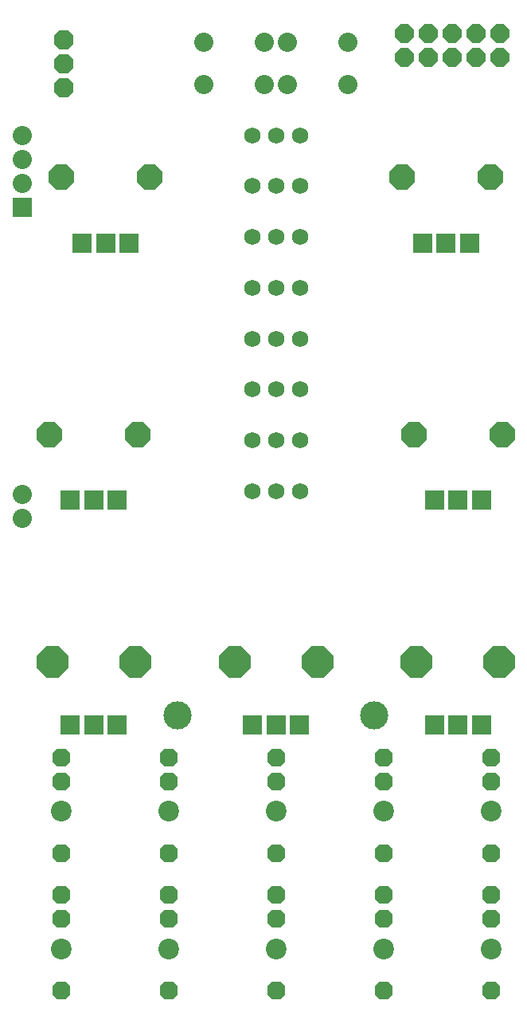
<source format=gbr>
%TF.GenerationSoftware,KiCad,Pcbnew,7.0.5-0*%
%TF.CreationDate,2023-08-22T18:09:04+02:00*%
%TF.ProjectId,plaits,706c6169-7473-42e6-9b69-6361645f7063,rev?*%
%TF.SameCoordinates,Original*%
%TF.FileFunction,Soldermask,Bot*%
%TF.FilePolarity,Negative*%
%FSLAX46Y46*%
G04 Gerber Fmt 4.6, Leading zero omitted, Abs format (unit mm)*
G04 Created by KiCad (PCBNEW 7.0.5-0) date 2023-08-22 18:09:04*
%MOMM*%
%LPD*%
G01*
G04 APERTURE LIST*
G04 Aperture macros list*
%AMRoundRect*
0 Rectangle with rounded corners*
0 $1 Rounding radius*
0 $2 $3 $4 $5 $6 $7 $8 $9 X,Y pos of 4 corners*
0 Add a 4 corners polygon primitive as box body*
4,1,4,$2,$3,$4,$5,$6,$7,$8,$9,$2,$3,0*
0 Add four circle primitives for the rounded corners*
1,1,$1+$1,$2,$3*
1,1,$1+$1,$4,$5*
1,1,$1+$1,$6,$7*
1,1,$1+$1,$8,$9*
0 Add four rect primitives between the rounded corners*
20,1,$1+$1,$2,$3,$4,$5,0*
20,1,$1+$1,$4,$5,$6,$7,0*
20,1,$1+$1,$6,$7,$8,$9,0*
20,1,$1+$1,$8,$9,$2,$3,0*%
%AMFreePoly0*
4,1,25,0.575031,1.328373,0.579933,1.323882,1.323882,0.579933,1.345910,0.532692,1.346200,0.526051,1.346200,-0.526051,1.328373,-0.575031,1.323882,-0.579933,0.579933,-1.323882,0.532692,-1.345910,0.526051,-1.346200,-0.526051,-1.346200,-0.575031,-1.328373,-0.579933,-1.323882,-1.323882,-0.579933,-1.345910,-0.532692,-1.346200,-0.526051,-1.346200,0.526051,-1.328373,0.575031,-1.323882,0.579933,
-0.579933,1.323882,-0.532692,1.345910,-0.526051,1.346200,0.526051,1.346200,0.575031,1.328373,0.575031,1.328373,$1*%
%AMFreePoly1*
4,1,25,0.417216,0.947373,0.422118,0.942882,0.942882,0.422118,0.964910,0.374877,0.965200,0.368236,0.965200,-0.368236,0.947373,-0.417216,0.942882,-0.422118,0.422118,-0.942882,0.374877,-0.964910,0.368236,-0.965200,-0.368236,-0.965200,-0.417216,-0.947373,-0.422118,-0.942882,-0.942882,-0.422118,-0.964910,-0.374877,-0.965200,-0.368236,-0.965200,0.368236,-0.947373,0.417216,-0.942882,0.422118,
-0.422118,0.942882,-0.374877,0.964910,-0.368236,0.965200,0.368236,0.965200,0.417216,0.947373,0.417216,0.947373,$1*%
%AMFreePoly2*
4,1,25,0.448779,1.023573,0.453681,1.019082,1.019082,0.453681,1.041110,0.406440,1.041400,0.399799,1.041400,-0.399799,1.023573,-0.448779,1.019082,-0.453681,0.453681,-1.019082,0.406440,-1.041110,0.399799,-1.041400,-0.399799,-1.041400,-0.448779,-1.023573,-0.453681,-1.019082,-1.019082,-0.453681,-1.041110,-0.406440,-1.041400,-0.399799,-1.041400,0.399799,-1.023573,0.448779,-1.019082,0.453681,
-0.453681,1.019082,-0.406440,1.041110,-0.399799,1.041400,0.399799,1.041400,0.448779,1.023573,0.448779,1.023573,$1*%
%AMFreePoly3*
4,1,25,0.706544,1.645873,0.711446,1.641382,1.641382,0.711446,1.663410,0.664205,1.663700,0.657564,1.663700,-0.657564,1.645873,-0.706544,1.641382,-0.711446,0.711446,-1.641382,0.664205,-1.663410,0.657564,-1.663700,-0.657564,-1.663700,-0.706544,-1.645873,-0.711446,-1.641382,-1.641382,-0.711446,-1.663410,-0.664205,-1.663700,-0.657564,-1.663700,0.657564,-1.645873,0.706544,-1.641382,0.711446,
-0.711446,1.641382,-0.664205,1.663410,-0.657564,1.663700,0.657564,1.663700,0.706544,1.645873,0.706544,1.645873,$1*%
%AMFreePoly4*
4,1,25,0.438258,0.998173,0.443160,0.993682,0.993682,0.443160,1.015710,0.395919,1.016000,0.389278,1.016000,-0.389278,0.998173,-0.438258,0.993682,-0.443160,0.443160,-0.993682,0.395919,-1.015710,0.389278,-1.016000,-0.389278,-1.016000,-0.438258,-0.998173,-0.443160,-0.993682,-0.993682,-0.443160,-1.015710,-0.395919,-1.016000,-0.389278,-1.016000,0.389278,-0.998173,0.438258,-0.993682,0.443160,
-0.443160,0.993682,-0.395919,1.015710,-0.389278,1.016000,0.389278,1.016000,0.438258,0.998173,0.438258,0.998173,$1*%
G04 Aperture macros list end*
%ADD10C,1.752400*%
%ADD11RoundRect,0.076200X0.939800X-0.939800X0.939800X0.939800X-0.939800X0.939800X-0.939800X-0.939800X0*%
%ADD12FreePoly0,90.000000*%
%ADD13C,2.032000*%
%ADD14C,2.200000*%
%ADD15FreePoly1,180.000000*%
%ADD16C,3.000000*%
%ADD17FreePoly2,0.000000*%
%ADD18FreePoly3,90.000000*%
%ADD19RoundRect,0.076200X-0.939800X-0.939800X0.939800X-0.939800X0.939800X0.939800X-0.939800X0.939800X0*%
%ADD20FreePoly4,180.000000*%
G04 APERTURE END LIST*
D10*
%TO.C,LED8*%
X148491100Y-103416100D03*
X151031100Y-103416100D03*
X145951100Y-103416100D03*
%TD*%
D11*
%TO.C,R7*%
X131623600Y-104383600D03*
X129123600Y-104383600D03*
X126623600Y-104383600D03*
D12*
X133823600Y-97383600D03*
X124423600Y-97383600D03*
%TD*%
D13*
%TO.C,SW1*%
X140794900Y-55753000D03*
X147297300Y-55753000D03*
X140794900Y-60274200D03*
X147297300Y-60274200D03*
%TD*%
D10*
%TO.C,LED3*%
X148491100Y-76428600D03*
X151031100Y-76428600D03*
X145951100Y-76428600D03*
%TD*%
D14*
%TO.C,J4*%
X159921100Y-137388600D03*
D15*
X159921100Y-131673600D03*
X159921100Y-134213600D03*
X159921100Y-141833600D03*
%TD*%
D11*
%TO.C,R2*%
X169088600Y-77078600D03*
X166588600Y-77078600D03*
X164088600Y-77078600D03*
D12*
X171288600Y-70078600D03*
X161888600Y-70078600D03*
%TD*%
D10*
%TO.C,LED1*%
X148491100Y-65633600D03*
X151031100Y-65633600D03*
X145951100Y-65633600D03*
%TD*%
%TO.C,LED2*%
X148491100Y-71031100D03*
X151031100Y-71031100D03*
X145951100Y-71031100D03*
%TD*%
D16*
%TO.C,H2*%
X158968600Y-127228500D03*
%TD*%
D14*
%TO.C,J2*%
X137061100Y-137388600D03*
D15*
X137061100Y-131673600D03*
X137061100Y-134213600D03*
X137061100Y-141833600D03*
%TD*%
D16*
%TO.C,H3*%
X138013600Y-127228600D03*
%TD*%
D10*
%TO.C,LED4*%
X148491100Y-81826100D03*
X151031100Y-81826100D03*
X145951100Y-81826100D03*
%TD*%
D17*
%TO.C,IC1*%
X125948600Y-55473600D03*
X125948600Y-58013600D03*
X125948600Y-60553600D03*
%TD*%
D14*
%TO.C,J5*%
X171351100Y-137388600D03*
D15*
X171351100Y-131673600D03*
X171351100Y-134213600D03*
X171351100Y-141833600D03*
%TD*%
D11*
%TO.C,R1*%
X132893600Y-77078600D03*
X130393600Y-77078600D03*
X127893600Y-77078600D03*
D12*
X135093600Y-70078600D03*
X125693600Y-70078600D03*
%TD*%
D14*
%TO.C,J8*%
X148491100Y-151993600D03*
D15*
X148491100Y-146278600D03*
X148491100Y-148818600D03*
X148491100Y-156438600D03*
%TD*%
D11*
%TO.C,R44*%
X170358600Y-128213600D03*
X167858600Y-128213600D03*
X165358600Y-128213600D03*
D18*
X172258600Y-121513600D03*
X163458600Y-121513600D03*
%TD*%
D14*
%TO.C,J10*%
X171351100Y-151993600D03*
D15*
X171351100Y-146278600D03*
X171351100Y-148818600D03*
X171351100Y-156438600D03*
%TD*%
D10*
%TO.C,LED7*%
X148491100Y-98018600D03*
X151031100Y-98018600D03*
X145951100Y-98018600D03*
%TD*%
D14*
%TO.C,J6*%
X125631100Y-151993600D03*
D15*
X125631100Y-146278600D03*
X125631100Y-148818600D03*
X125631100Y-156438600D03*
%TD*%
D11*
%TO.C,R8*%
X170358600Y-104383600D03*
X167858600Y-104383600D03*
X165358600Y-104383600D03*
D12*
X172558600Y-97383600D03*
X163158600Y-97383600D03*
%TD*%
D11*
%TO.C,R43*%
X150991100Y-128213600D03*
X148491100Y-128213600D03*
X145991100Y-128213600D03*
D18*
X152891100Y-121513600D03*
X144091100Y-121513600D03*
%TD*%
D10*
%TO.C,LED6*%
X148491100Y-92621100D03*
X151031100Y-92621100D03*
X145951100Y-92621100D03*
%TD*%
D14*
%TO.C,J3*%
X148491100Y-137388600D03*
D15*
X148491100Y-131673600D03*
X148491100Y-134213600D03*
X148491100Y-141833600D03*
%TD*%
D11*
%TO.C,R42*%
X131623600Y-128213600D03*
X129123600Y-128213600D03*
X126623600Y-128213600D03*
D18*
X133523600Y-121513600D03*
X124723600Y-121513600D03*
%TD*%
D14*
%TO.C,J1*%
X125631100Y-137388600D03*
D15*
X125631100Y-131673600D03*
X125631100Y-134213600D03*
X125631100Y-141833600D03*
%TD*%
D10*
%TO.C,LED5*%
X148491100Y-87223600D03*
X151031100Y-87223600D03*
X145951100Y-87223600D03*
%TD*%
D14*
%TO.C,J7*%
X137061100Y-151993600D03*
D15*
X137061100Y-146278600D03*
X137061100Y-148818600D03*
X137061100Y-156438600D03*
%TD*%
D13*
%TO.C,SW2*%
X149684900Y-55753000D03*
X156187300Y-55753000D03*
X149684900Y-60274200D03*
X156187300Y-60274200D03*
%TD*%
D14*
%TO.C,J9*%
X159921100Y-151993600D03*
D15*
X159921100Y-146278600D03*
X159921100Y-148818600D03*
X159921100Y-156438600D03*
%TD*%
D19*
%TO.C,JP6*%
X121503600Y-73253600D03*
D13*
X121503600Y-70713600D03*
X121503600Y-68173600D03*
X121503600Y-65633600D03*
%TD*%
D20*
%TO.C,JP8*%
X172303600Y-57378600D03*
X172303600Y-54838600D03*
X169763600Y-57378600D03*
X169763600Y-54838600D03*
X167223600Y-57378600D03*
X167223600Y-54838600D03*
X164683600Y-57378600D03*
X164683600Y-54838600D03*
X162143600Y-57378600D03*
X162143600Y-54838600D03*
%TD*%
D13*
%TO.C,JP5*%
X121503600Y-103733600D03*
X121503600Y-106273600D03*
%TD*%
M02*

</source>
